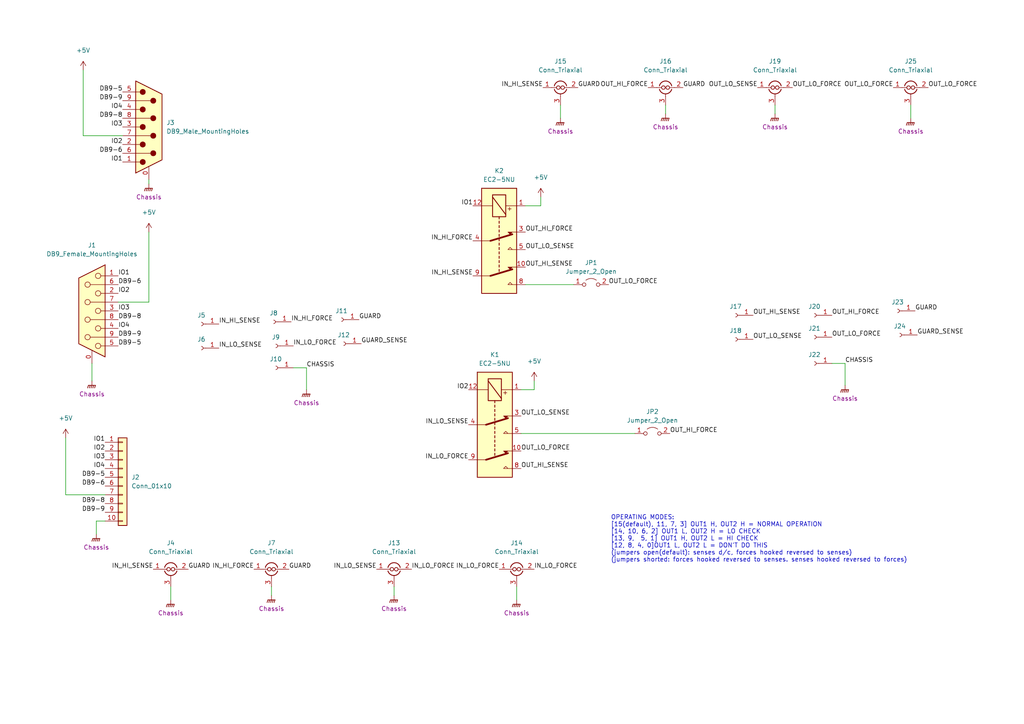
<source format=kicad_sch>
(kicad_sch (version 20211123) (generator eeschema)
  (paper "A4")
  (lib_symbols
    (symbol "Connector:Conn_01x01_Female" (pin_names (offset 1.016) hide)
      (property "Reference" "J" (at 0 2.54 0))
      (property "Value" "Conn_01x01_Female" (at 0 -2.54 0))
      (symbol "Conn_01x01_Female_1_1"
        (polyline (pts (xy -1.27 0) (xy -0.508 0)) (stroke (width 0.1524)))
        (arc (start 0 0.508) (mid -0.508 0) (end 0 -0.508) (stroke (width 0.1524)))
        (pin passive line (at -5.08 0 0) (length 3.81) (name "Pin_1") (number "1"))
      )
    )
    (symbol "Connector:Conn_Triaxial" (pin_names hide)
      (property "Reference" "J" (at 0.254 5.588 0))
      (property "Value" "Conn_Triaxial" (at 0 7.62 0))
      (symbol "Conn_Triaxial_0_1"
        (arc (start -1.778 2.032) (mid -0.0185 0.7153) (end 1.778 2.032) (stroke (width 0.254)))
        (circle (center -0.635 2.54) (radius 0.508) (stroke (width 0.2032)))
        (polyline (pts (xy -2.54 2.54) (xy -1.143 2.54)))
        (polyline (pts (xy 0 0) (xy 0 0.762)))
        (polyline (pts (xy 1.27 2.54) (xy 2.54 2.54)))
        (circle (center 0.635 2.54) (radius 0.508) (stroke (width 0.2032)))
        (arc (start 1.778 3.048) (mid -0.0365 4.438) (end -1.778 3.048) (stroke (width 0.254)))
      )
      (symbol "Conn_Triaxial_1_1"
        (pin passive line (at -5.08 2.54 0) (length 2.54) (name "In1") (number "1"))
        (pin passive line (at 5.08 2.54 180) (length 2.54) (name "In2") (number "2"))
        (pin passive line (at 0 -2.54 90) (length 2.54) (name "Ext") (number "3"))
      )
    )
    (symbol "Connector:DB9_Female_MountingHoles" (pin_names (offset 1.016) hide)
      (property "Reference" "J" (at 0 16.51 0))
      (property "Value" "DB9_Female_MountingHoles" (at 0 14.605 0))
      (symbol "DB9_Female_MountingHoles_0_1"
        (circle (center -1.778 -10.16) (radius 0.762))
        (circle (center -1.778 -5.08) (radius 0.762))
        (circle (center -1.778 0) (radius 0.762))
        (circle (center -1.778 5.08) (radius 0.762))
        (circle (center -1.778 10.16) (radius 0.762))
        (polyline (pts (xy -3.81 -10.16) (xy -2.54 -10.16)))
        (polyline (pts (xy -3.81 -7.62) (xy 0.508 -7.62)))
        (polyline (pts (xy -3.81 -5.08) (xy -2.54 -5.08)))
        (polyline (pts (xy -3.81 -2.54) (xy 0.508 -2.54)))
        (polyline (pts (xy -3.81 0) (xy -2.54 0)))
        (polyline (pts (xy -3.81 2.54) (xy 0.508 2.54)))
        (polyline (pts (xy -3.81 5.08) (xy -2.54 5.08)))
        (polyline (pts (xy -3.81 7.62) (xy 0.508 7.62)))
        (polyline (pts (xy -3.81 10.16) (xy -2.54 10.16)))
        (polyline (pts (xy -3.81 13.335) (xy -3.81 -13.335) (xy 3.81 -9.525) (xy 3.81 9.525) (xy -3.81 13.335)) (stroke (width 0.254)) (fill (type background)))
        (circle (center 1.27 -7.62) (radius 0.762))
        (circle (center 1.27 -2.54) (radius 0.762))
        (circle (center 1.27 2.54) (radius 0.762))
        (circle (center 1.27 7.62) (radius 0.762))
      )
      (symbol "DB9_Female_MountingHoles_1_1"
        (pin passive line (at 0 -15.24 90) (length 3.81) (name "PAD") (number "0"))
        (pin passive line (at -7.62 10.16 0) (length 3.81) (name "1") (number "1"))
        (pin passive line (at -7.62 5.08 0) (length 3.81) (name "2") (number "2"))
        (pin passive line (at -7.62 0 0) (length 3.81) (name "3") (number "3"))
        (pin passive line (at -7.62 -5.08 0) (length 3.81) (name "4") (number "4"))
        (pin passive line (at -7.62 -10.16 0) (length 3.81) (name "5") (number "5"))
        (pin passive line (at -7.62 7.62 0) (length 3.81) (name "6") (number "6"))
        (pin passive line (at -7.62 2.54 0) (length 3.81) (name "7") (number "7"))
        (pin passive line (at -7.62 -2.54 0) (length 3.81) (name "8") (number "8"))
        (pin passive line (at -7.62 -7.62 0) (length 3.81) (name "9") (number "9"))
      )
    )
    (symbol "Connector:DB9_Male_MountingHoles" (pin_names (offset 1.016) hide)
      (property "Reference" "J" (at 0 16.51 0))
      (property "Value" "DB9_Male_MountingHoles" (at 0 14.605 0))
      (symbol "DB9_Male_MountingHoles_0_1"
        (circle (center -1.778 -10.16) (radius 0.762) (fill (type outline)))
        (circle (center -1.778 -5.08) (radius 0.762) (fill (type outline)))
        (circle (center -1.778 0) (radius 0.762) (fill (type outline)))
        (circle (center -1.778 5.08) (radius 0.762) (fill (type outline)))
        (circle (center -1.778 10.16) (radius 0.762) (fill (type outline)))
        (polyline (pts (xy -3.81 -10.16) (xy -2.54 -10.16)))
        (polyline (pts (xy -3.81 -7.62) (xy 0.508 -7.62)))
        (polyline (pts (xy -3.81 -5.08) (xy -2.54 -5.08)))
        (polyline (pts (xy -3.81 -2.54) (xy 0.508 -2.54)))
        (polyline (pts (xy -3.81 0) (xy -2.54 0)))
        (polyline (pts (xy -3.81 2.54) (xy 0.508 2.54)))
        (polyline (pts (xy -3.81 5.08) (xy -2.54 5.08)))
        (polyline (pts (xy -3.81 7.62) (xy 0.508 7.62)))
        (polyline (pts (xy -3.81 10.16) (xy -2.54 10.16)))
        (polyline (pts (xy -3.81 -13.335) (xy -3.81 13.335) (xy 3.81 9.525) (xy 3.81 -9.525) (xy -3.81 -13.335)) (stroke (width 0.254)) (fill (type background)))
        (circle (center 1.27 -7.62) (radius 0.762) (fill (type outline)))
        (circle (center 1.27 -2.54) (radius 0.762) (fill (type outline)))
        (circle (center 1.27 2.54) (radius 0.762) (fill (type outline)))
        (circle (center 1.27 7.62) (radius 0.762) (fill (type outline)))
      )
      (symbol "DB9_Male_MountingHoles_1_1"
        (pin passive line (at 0 -15.24 90) (length 3.81) (name "PAD") (number "0"))
        (pin passive line (at -7.62 -10.16 0) (length 3.81) (name "1") (number "1"))
        (pin passive line (at -7.62 -5.08 0) (length 3.81) (name "2") (number "2"))
        (pin passive line (at -7.62 0 0) (length 3.81) (name "3") (number "3"))
        (pin passive line (at -7.62 5.08 0) (length 3.81) (name "4") (number "4"))
        (pin passive line (at -7.62 10.16 0) (length 3.81) (name "5") (number "5"))
        (pin passive line (at -7.62 -7.62 0) (length 3.81) (name "6") (number "6"))
        (pin passive line (at -7.62 -2.54 0) (length 3.81) (name "7") (number "7"))
        (pin passive line (at -7.62 2.54 0) (length 3.81) (name "8") (number "8"))
        (pin passive line (at -7.62 7.62 0) (length 3.81) (name "9") (number "9"))
      )
    )
    (symbol "Connector_Generic:Conn_01x10" (pin_names (offset 1.016) hide)
      (property "Reference" "J" (at 0 12.7 0))
      (property "Value" "Conn_01x10" (at 0 -15.24 0))
      (symbol "Conn_01x10_1_1"
        (rectangle (start -1.27 -12.573) (end 0 -12.827) (stroke (width 0.1524)))
        (rectangle (start -1.27 -10.033) (end 0 -10.287) (stroke (width 0.1524)))
        (rectangle (start -1.27 -7.493) (end 0 -7.747) (stroke (width 0.1524)))
        (rectangle (start -1.27 -4.953) (end 0 -5.207) (stroke (width 0.1524)))
        (rectangle (start -1.27 -2.413) (end 0 -2.667) (stroke (width 0.1524)))
        (rectangle (start -1.27 0.127) (end 0 -0.127) (stroke (width 0.1524)))
        (rectangle (start -1.27 2.667) (end 0 2.413) (stroke (width 0.1524)))
        (rectangle (start -1.27 5.207) (end 0 4.953) (stroke (width 0.1524)))
        (rectangle (start -1.27 7.747) (end 0 7.493) (stroke (width 0.1524)))
        (rectangle (start -1.27 10.287) (end 0 10.033) (stroke (width 0.1524)))
        (rectangle (start -1.27 11.43) (end 1.27 -13.97) (stroke (width 0.254)) (fill (type background)))
        (pin passive line (at -5.08 10.16 0) (length 3.81) (name "Pin_1") (number "1"))
        (pin passive line (at -5.08 -12.7 0) (length 3.81) (name "Pin_10") (number "10"))
        (pin passive line (at -5.08 7.62 0) (length 3.81) (name "Pin_2") (number "2"))
        (pin passive line (at -5.08 5.08 0) (length 3.81) (name "Pin_3") (number "3"))
        (pin passive line (at -5.08 2.54 0) (length 3.81) (name "Pin_4") (number "4"))
        (pin passive line (at -5.08 0 0) (length 3.81) (name "Pin_5") (number "5"))
        (pin passive line (at -5.08 -2.54 0) (length 3.81) (name "Pin_6") (number "6"))
        (pin passive line (at -5.08 -5.08 0) (length 3.81) (name "Pin_7") (number "7"))
        (pin passive line (at -5.08 -7.62 0) (length 3.81) (name "Pin_8") (number "8"))
        (pin passive line (at -5.08 -10.16 0) (length 3.81) (name "Pin_9") (number "9"))
      )
    )
    (symbol "Jumper:Jumper_2_Open" (pin_names (offset 0) hide)
      (property "Reference" "JP" (at 0 2.794 0))
      (property "Value" "Jumper_2_Open" (at 0 -2.286 0))
      (symbol "Jumper_2_Open_0_0"
        (circle (center -2.032 0) (radius 0.508))
        (circle (center 2.032 0) (radius 0.508))
      )
      (symbol "Jumper_2_Open_0_1"
        (arc (start 1.524 1.27) (mid 0 1.778) (end -1.524 1.27))
      )
      (symbol "Jumper_2_Open_1_1"
        (pin passive line (at -5.08 0 0) (length 2.54) (name "A") (number "1"))
        (pin passive line (at 5.08 0 180) (length 2.54) (name "B") (number "2"))
      )
    )
    (symbol "Relay:EC2-5NU"
      (property "Reference" "K" (at 15.24 8.89 0))
      (property "Value" "EC2-5NU" (at 19.05 6.35 0))
      (symbol "EC2-5NU_1_1"
        (rectangle (start -15.24 5.08) (end 15.24 -5.08) (stroke (width 0.254)) (fill (type background)))
        (rectangle (start -13.335 1.905) (end -6.985 -1.905) (stroke (width 0.254)))
        (polyline (pts (xy -12.7 -1.905) (xy -7.62 1.905)) (stroke (width 0.254)))
        (polyline (pts (xy -10.16 -5.08) (xy -10.16 -1.905)))
        (polyline (pts (xy -10.16 5.08) (xy -10.16 1.905)))
        (polyline (pts (xy -6.985 0) (xy -6.35 0)) (stroke (width 0.254)))
        (polyline (pts (xy -5.715 0) (xy -5.08 0)) (stroke (width 0.254)))
        (polyline (pts (xy -4.445 0) (xy -3.81 0)) (stroke (width 0.254)))
        (polyline (pts (xy -3.175 0) (xy -2.54 0)) (stroke (width 0.254)))
        (polyline (pts (xy -1.905 0) (xy -1.27 0)) (stroke (width 0.254)))
        (polyline (pts (xy -0.635 0) (xy 0 0)) (stroke (width 0.254)))
        (polyline (pts (xy 0 -2.54) (xy -1.905 3.81)) (stroke (width 0.508)))
        (polyline (pts (xy 0 -2.54) (xy 0 -5.08)))
        (polyline (pts (xy 0.635 0) (xy 1.27 0)) (stroke (width 0.254)))
        (polyline (pts (xy 1.905 0) (xy 2.54 0)) (stroke (width 0.254)))
        (polyline (pts (xy 3.175 0) (xy 3.81 0)) (stroke (width 0.254)))
        (polyline (pts (xy 4.445 0) (xy 5.08 0)) (stroke (width 0.254)))
        (polyline (pts (xy 5.715 0) (xy 6.35 0)) (stroke (width 0.254)))
        (polyline (pts (xy 6.985 0) (xy 7.62 0)) (stroke (width 0.254)))
        (polyline (pts (xy 8.255 0) (xy 8.89 0)) (stroke (width 0.254)))
        (polyline (pts (xy 10.16 -2.54) (xy 8.255 3.81)) (stroke (width 0.508)))
        (polyline (pts (xy 10.16 -2.54) (xy 10.16 -5.08)))
        (polyline (pts (xy -2.54 5.08) (xy -2.54 2.54) (xy -1.905 3.175) (xy -2.54 3.81)) (fill (type outline)))
        (polyline (pts (xy 2.54 5.08) (xy 2.54 2.54) (xy 1.905 3.175) (xy 2.54 3.81)))
        (polyline (pts (xy 7.62 5.08) (xy 7.62 2.54) (xy 8.255 3.175) (xy 7.62 3.81)) (fill (type outline)))
        (polyline (pts (xy 12.7 5.08) (xy 12.7 2.54) (xy 12.065 3.175) (xy 12.7 3.81)))
        (text "+" (at -9.271 2.921 0) (effects (font (size 1.27 1.27))))
        (pin passive line (at -10.16 7.62 270) (length 2.54) (name "~") (number "1"))
        (pin passive line (at 7.62 7.62 270) (length 2.54) (name "~") (number "10"))
        (pin passive line (at -10.16 -7.62 90) (length 2.54) (name "~") (number "12"))
        (pin passive line (at -2.54 7.62 270) (length 2.54) (name "~") (number "3"))
        (pin passive line (at 0 -7.62 90) (length 2.54) (name "~") (number "4"))
        (pin passive line (at 2.54 7.62 270) (length 2.54) (name "~") (number "5"))
        (pin passive line (at 12.7 7.62 270) (length 2.54) (name "~") (number "8"))
        (pin passive line (at 10.16 -7.62 90) (length 2.54) (name "~") (number "9"))
      )
    )
    (symbol "power:+5V" (power) (pin_names (offset 0))
      (property "Value" "+5V" (at 0 3.556 0))
      (symbol "+5V_0_1"
        (polyline (pts (xy -0.762 1.27) (xy 0 2.54)))
        (polyline (pts (xy 0 0) (xy 0 2.54)))
        (polyline (pts (xy 0 2.54) (xy 0.762 1.27)))
      )
      (symbol "+5V_1_1"
        (pin power_in line (at 0 0 90) (length 0) hide (name "+5V") (number "1"))
      )
    )
    (symbol "power:GNDPWR" (power) (pin_names (offset 0))
      (property "Value" "GNDPWR" (at 0 -3.302 0))
      (symbol "GNDPWR_0_1"
        (polyline (pts (xy 0 -1.27) (xy 0 0)))
        (polyline (pts (xy -1.016 -1.27) (xy -1.27 -2.032) (xy -1.27 -2.032)) (stroke (width 0.2032)))
        (polyline (pts (xy -0.508 -1.27) (xy -0.762 -2.032) (xy -0.762 -2.032)) (stroke (width 0.2032)))
        (polyline (pts (xy 0 -1.27) (xy -0.254 -2.032) (xy -0.254 -2.032)) (stroke (width 0.2032)))
        (polyline (pts (xy 0.508 -1.27) (xy 0.254 -2.032) (xy 0.254 -2.032)) (stroke (width 0.2032)))
        (polyline (pts (xy 1.016 -1.27) (xy -1.016 -1.27) (xy -1.016 -1.27)) (stroke (width 0.2032)))
        (polyline (pts (xy 1.016 -1.27) (xy 0.762 -2.032) (xy 0.762 -2.032) (xy 0.762 -2.032)) (stroke (width 0.2032)))
      )
      (symbol "GNDPWR_1_1"
        (pin power_in line (at 0 0 270) (length 0) hide (name "GNDPWR") (number "1"))
      )
    )
  )
  (wire (pts (xy 156.845 57.15) (xy 156.845 59.69)))
  (wire (pts (xy 19.05 127) (xy 19.05 143.51)))
  (wire (pts (xy 27.94 154.94) (xy 27.94 151.13)))
  (wire (pts (xy 264.16 30.48) (xy 264.16 34.29)))
  (wire (pts (xy 152.4 59.69) (xy 156.845 59.69)))
  (wire (pts (xy 154.94 110.49) (xy 154.94 113.03)))
  (wire (pts (xy 43.18 67.31) (xy 43.18 87.63)))
  (wire (pts (xy 85.09 106.68) (xy 88.9 106.68)))
  (wire (pts (xy 114.3 170.18) (xy 114.3 172.72)))
  (wire (pts (xy 88.9 106.68) (xy 88.9 113.03)))
  (wire (pts (xy 27.94 151.13) (xy 30.48 151.13)))
  (wire (pts (xy 149.86 170.18) (xy 149.86 173.99)))
  (wire (pts (xy 24.13 39.37) (xy 24.13 20.32)))
  (wire (pts (xy 78.74 170.18) (xy 78.74 172.72)))
  (wire (pts (xy 152.4 82.55) (xy 166.37 82.55)))
  (wire (pts (xy 19.05 143.51) (xy 30.48 143.51)))
  (wire (pts (xy 154.94 113.03) (xy 151.13 113.03)))
  (wire (pts (xy 224.79 30.48) (xy 224.79 33.02)))
  (wire (pts (xy 193.04 30.48) (xy 193.04 33.02)))
  (wire (pts (xy 26.67 105.41) (xy 26.67 110.49)))
  (wire (pts (xy 49.53 170.18) (xy 49.53 173.99)))
  (wire (pts (xy 184.15 125.73) (xy 151.13 125.73)))
  (wire (pts (xy 43.18 52.07) (xy 43.18 53.34)))
  (wire (pts (xy 34.29 87.63) (xy 43.18 87.63)))
  (wire (pts (xy 245.11 105.41) (xy 245.11 111.76)))
  (wire (pts (xy 241.3 105.41) (xy 245.11 105.41)))
  (wire (pts (xy 35.56 39.37) (xy 24.13 39.37)))
  (wire (pts (xy 162.56 30.48) (xy 162.56 34.29)))
  (text "OPERATING MODES:\n[15(default), 11, 7, 3] OUT1 H, OUT2 H = NORMAL OPERATION\n[14, 10, 6, 2] OUT1 L, OUT2 H = LO CHECK\n[13, 9,  5, 1] OUT1 H, OUT2 L = HI CHECK\n[12, 8, 4, 0]OUT1 L, OUT2 L = DON'T DO THIS\n(jumpers open(default): senses d/c, forces hooked reversed to senses)\n(jumpers shorted: forces hooked reversed to senses. senses hooked reversed to forces)" (at 177.165 163.195 0) (effects (font (size 1.27 1.27)) (justify left bottom)))
  (label "OUT_LO_FORCE" (at 176.53 82.55 0))
  (label "OUT_LO_FORCE" (at 241.3 97.79 0))
  (label "GUARD" (at 104.14 92.71 0))
  (label "DB9-8" (at 34.29 92.71 0))
  (label "IO4" (at 35.56 31.75 180))
  (label "IN_HI_SENSE" (at 44.45 165.1 180))
  (label "OUT_HI_FORCE" (at 194.31 125.73 0))
  (label "IN_LO_SENSE" (at 135.89 123.19 180))
  (label "IO3" (at 30.48 133.35 180))
  (label "GUARD" (at 83.82 165.1 0))
  (label "IO1" (at 30.48 128.27 180))
  (label "OUT_HI_FORCE" (at 152.4 67.31 0))
  (label "OUT_HI_SENSE" (at 151.13 135.89 0))
  (label "IN_LO_FORCE" (at 85.09 100.33 0))
  (label "IO3" (at 34.29 90.17 0))
  (label "IO1" (at 34.29 80.01 0))
  (label "DB9-9" (at 34.29 97.79 0))
  (label "IN_LO_SENSE" (at 63.5 100.965 0))
  (label "IO1" (at 35.56 46.99 180))
  (label "CHASSIS" (at 88.9 106.68 0))
  (label "DB9-8" (at 30.48 146.05 180))
  (label "IO4" (at 34.29 95.25 0))
  (label "IO1" (at 137.16 59.69 180))
  (label "GUARD" (at 265.43 90.17 0))
  (label "IN_HI_FORCE" (at 137.16 69.85 180))
  (label "IO4" (at 30.48 135.89 180))
  (label "DB9-5" (at 30.48 138.43 180))
  (label "IN_HI_FORCE" (at 73.66 165.1 180))
  (label "DB9-6" (at 30.48 140.97 180))
  (label "OUT_LO_SENSE" (at 219.71 25.4 180))
  (label "IN_HI_SENSE" (at 157.48 25.4 180))
  (label "DB9-5" (at 34.29 100.33 0))
  (label "OUT_LO_FORCE" (at 259.08 25.4 180))
  (label "OUT_LO_SENSE" (at 152.4 72.39 0))
  (label "IO2" (at 35.56 41.91 180))
  (label "GUARD_SENSE" (at 266.065 97.155 0))
  (label "OUT_LO_SENSE" (at 218.44 98.425 0))
  (label "IN_HI_SENSE" (at 63.5 93.98 0))
  (label "IN_LO_FORCE" (at 135.89 133.35 180))
  (label "IN_HI_SENSE" (at 137.16 80.01 180))
  (label "IN_LO_FORCE" (at 119.38 165.1 0))
  (label "IN_HI_FORCE" (at 84.455 93.345 0))
  (label "IO2" (at 34.29 85.09 0))
  (label "OUT_LO_FORCE" (at 229.87 25.4 0))
  (label "GUARD_SENSE" (at 104.775 99.695 0))
  (label "OUT_HI_SENSE" (at 152.4 77.47 0))
  (label "DB9-8" (at 35.56 34.29 180))
  (label "IN_LO_SENSE" (at 109.22 165.1 180))
  (label "OUT_LO_FORCE" (at 151.13 130.81 0))
  (label "DB9-6" (at 34.29 82.55 0))
  (label "OUT_HI_FORCE" (at 187.96 25.4 180))
  (label "GUARD" (at 167.64 25.4 0))
  (label "GUARD" (at 54.61 165.1 0))
  (label "DB9-6" (at 35.56 44.45 180))
  (label "OUT_HI_SENSE" (at 218.44 91.44 0))
  (label "CHASSIS" (at 245.11 105.41 0))
  (label "IO2" (at 30.48 130.81 180))
  (label "IN_LO_FORCE" (at 144.78 165.1 180))
  (label "OUT_LO_SENSE" (at 151.13 120.65 0))
  (label "OUT_LO_FORCE" (at 269.24 25.4 0))
  (label "DB9-9" (at 35.56 29.21 180))
  (label "DB9-9" (at 30.48 148.59 180))
  (label "IO3" (at 35.56 36.83 180))
  (label "IO2" (at 135.89 113.03 180))
  (label "OUT_HI_FORCE" (at 241.3 91.44 0))
  (label "IN_LO_FORCE" (at 154.94 165.1 0))
  (label "GUARD" (at 198.12 25.4 0))
  (label "DB9-5" (at 35.56 26.67 180))
  (symbol (lib_id "Connector:Conn_Triaxial") (at 193.04 27.94 0) (unit 1)
    (property "Reference" "J16" (at 193.04 17.78 0))
    (property "Value" "Conn_Triaxial" (at 193.04 20.32 0))
    (property "Footprint" "Connector_PinHeader_2.54mm:PinHeader_1x03_P2.54mm_Vertical" (effects hide))
    (property "Datasheet" " ~" (effects hide))
  )
  (symbol (lib_id "power:GNDPWR") (at 43.18 53.34 0) (unit 1)
    (property "Reference" "#PWR05" (effects hide))
    (property "Value" "GNDPWR" (effects hide))
    (property "label" "Chassis" (at 43.18 57.15 0))
  )
  (symbol (lib_id "Connector:Conn_Triaxial") (at 114.3 167.64 0) (unit 1)
    (property "Reference" "J13" (at 114.3 157.48 0))
    (property "Value" "Conn_Triaxial" (at 114.3 160.02 0))
    (property "Footprint" "Connector_PinHeader_2.54mm:PinHeader_1x03_P2.54mm_Vertical" (effects hide))
    (property "Datasheet" " ~" (effects hide))
  )
  (symbol (lib_id "power:+5V") (at 43.18 67.31 0) (unit 1)
    (property "Reference" "#PWR06" (effects hide))
    (property "Value" "+5V" (at 43.18 61.595 0))
  )
  (symbol (lib_id "Connector:Conn_01x01_Female") (at 236.22 105.41 0) (mirror y) (unit 1)
    (property "Reference" "J22" (at 236.22 102.87 0))
    (property "Value" "Conn_01x01_Female" (effects hide))
    (property "Footprint" "Connector:Banana_Jack_1Pin" (effects hide))
  )
  (symbol (lib_id "Connector:Conn_01x01_Female") (at 260.985 97.155 0) (mirror y) (unit 1)
    (property "Reference" "J24" (at 260.985 94.615 0))
    (property "Value" "Conn_01x01_Female" (effects hide))
    (property "Footprint" "Connector:Banana_Jack_1Pin" (effects hide))
  )
  (symbol (lib_id "power:GNDPWR") (at 27.94 154.94 0) (unit 1)
    (property "Reference" "#PWR04" (effects hide))
    (property "Value" "GNDPWR" (effects hide))
    (property "label" "Chassis" (at 27.94 158.75 0))
  )
  (symbol (lib_id "Connector:Conn_01x01_Female") (at 58.42 93.98 0) (mirror y) (unit 1)
    (property "Reference" "J5" (at 58.42 91.44 0))
    (property "Value" "Conn_01x01_Female" (effects hide))
    (property "Footprint" "Connector:Banana_Jack_1Pin" (effects hide))
  )
  (symbol (lib_id "Connector:Conn_01x01_Female") (at 99.695 99.695 0) (mirror y) (unit 1)
    (property "Reference" "J12" (at 99.695 97.155 0))
    (property "Value" "Conn_01x01_Female" (effects hide))
    (property "Footprint" "Connector:Banana_Jack_1Pin" (effects hide))
  )
  (symbol (lib_id "power:+5V") (at 156.845 57.15 0) (unit 1)
    (property "Reference" "#PWR013" (effects hide))
    (property "Value" "+5V" (at 156.845 51.435 0))
  )
  (symbol (lib_id "Connector:Conn_01x01_Female") (at 236.22 97.79 0) (mirror y) (unit 1)
    (property "Reference" "J21" (at 236.22 95.25 0))
    (property "Value" "Conn_01x01_Female" (effects hide))
    (property "Footprint" "Connector:Banana_Jack_1Pin" (effects hide))
  )
  (symbol (lib_id "Connector:Conn_01x01_Female") (at 80.01 106.68 0) (mirror y) (unit 1)
    (property "Reference" "J10" (at 80.01 104.14 0))
    (property "Value" "Conn_01x01_Female" (effects hide))
    (property "Footprint" "Connector:Banana_Jack_1Pin" (effects hide))
  )
  (symbol (lib_id "power:+5V") (at 19.05 127 0) (unit 1)
    (property "Reference" "#PWR01" (effects hide))
    (property "Value" "+5V" (at 19.05 121.285 0))
  )
  (symbol (lib_id "Connector:Conn_Triaxial") (at 78.74 167.64 0) (unit 1)
    (property "Reference" "J7" (at 78.74 157.48 0))
    (property "Value" "Conn_Triaxial" (at 78.74 160.02 0))
    (property "Footprint" "Connector_PinHeader_2.54mm:PinHeader_1x03_P2.54mm_Vertical" (effects hide))
    (property "Datasheet" " ~" (effects hide))
  )
  (symbol (lib_id "power:+5V") (at 24.13 20.32 0) (unit 1)
    (property "Reference" "#PWR02" (effects hide))
    (property "Value" "+5V" (at 24.13 14.605 0))
  )
  (symbol (lib_id "Connector:Conn_Triaxial") (at 264.16 27.94 0) (unit 1)
    (property "Reference" "J25" (at 264.16 17.78 0))
    (property "Value" "Conn_Triaxial" (at 264.16 20.32 0))
    (property "Footprint" "Connector_PinHeader_2.54mm:PinHeader_1x03_P2.54mm_Vertical" (effects hide))
    (property "Datasheet" " ~" (effects hide))
  )
  (symbol (lib_id "Connector_Generic:Conn_01x10") (at 35.56 138.43 0) (unit 1)
    (property "Reference" "J2" (at 38.1 138.4299 0) (effects (justify left)))
    (property "Value" "Conn_01x10" (at 38.1 140.9699 0) (effects (justify left)))
    (property "Footprint" "Connector_PinHeader_2.54mm:PinHeader_1x10_P2.54mm_Vertical_SMD_Pin1Right" (effects hide))
  )
  (symbol (lib_id "power:GNDPWR") (at 26.67 110.49 0) (unit 1)
    (property "Reference" "#PWR03" (effects hide))
    (property "Value" "GNDPWR" (effects hide))
    (property "label" "Chassis" (at 26.67 114.3 0))
  )
  (symbol (lib_id "power:GNDPWR") (at 149.86 173.99 0) (unit 1)
    (property "Reference" "#PWR011" (effects hide))
    (property "Value" "GNDPWR" (effects hide))
    (property "label" "Chassis" (at 149.86 177.8 0))
  )
  (symbol (lib_id "power:GNDPWR") (at 193.04 33.02 0) (unit 1)
    (property "Reference" "#PWR015" (effects hide))
    (property "Value" "GNDPWR" (effects hide))
    (property "label" "Chassis" (at 193.04 36.83 0))
  )
  (symbol (lib_id "power:GNDPWR") (at 88.9 113.03 0) (unit 1)
    (property "Reference" "#PWR09" (effects hide))
    (property "Value" "GNDPWR" (effects hide))
    (property "label" "Chassis" (at 88.9 116.84 0))
  )
  (symbol (lib_id "Connector:Conn_01x01_Female") (at 236.22 91.44 0) (mirror y) (unit 1)
    (property "Reference" "J20" (at 236.22 88.9 0))
    (property "Value" "Conn_01x01_Female" (effects hide))
    (property "Footprint" "Connector:Banana_Jack_1Pin" (effects hide))
  )
  (symbol (lib_id "Connector:Conn_Triaxial") (at 49.53 167.64 0) (unit 1)
    (property "Reference" "J4" (at 49.53 157.48 0))
    (property "Value" "Conn_Triaxial" (at 49.53 160.02 0))
    (property "Footprint" "Connector_PinHeader_2.54mm:PinHeader_1x03_P2.54mm_Vertical" (effects hide))
    (property "Datasheet" " ~" (effects hide))
  )
  (symbol (lib_id "Connector:DB9_Female_MountingHoles") (at 26.67 90.17 0) (mirror y) (unit 1)
    (property "Reference" "J1" (at 26.67 71.12 0))
    (property "Value" "DB9_Female_MountingHoles" (at 26.67 73.66 0))
    (property "Footprint" "Connector_Dsub:DSUB-9_Female_Horizontal_P2.77x2.84mm_EdgePinOffset14.56mm_Housed_MountingHolesOffset15.98mm" (effects hide))
    (property "Datasheet" " ~" (effects hide))
  )
  (symbol (lib_id "Connector:Conn_Triaxial") (at 224.79 27.94 0) (unit 1)
    (property "Reference" "J19" (at 224.79 17.78 0))
    (property "Value" "Conn_Triaxial" (at 224.79 20.32 0))
    (property "Footprint" "Connector_PinHeader_2.54mm:PinHeader_1x03_P2.54mm_Vertical" (effects hide))
    (property "Datasheet" " ~" (effects hide))
  )
  (symbol (lib_id "power:GNDPWR") (at 114.3 172.72 0) (unit 1)
    (property "Reference" "#PWR010" (effects hide))
    (property "Value" "GNDPWR" (effects hide))
    (property "label" "Chassis" (at 114.3 176.53 0))
  )
  (symbol (lib_id "Connector:Conn_01x01_Female") (at 79.375 93.345 0) (mirror y) (unit 1)
    (property "Reference" "J8" (at 79.375 90.805 0))
    (property "Value" "Conn_01x01_Female" (effects hide))
    (property "Footprint" "Connector:Banana_Jack_1Pin" (effects hide))
  )
  (symbol (lib_id "power:GNDPWR") (at 162.56 34.29 0) (unit 1)
    (property "Reference" "#PWR014" (effects hide))
    (property "Value" "GNDPWR" (effects hide))
    (property "label" "Chassis" (at 162.56 38.1 0))
  )
  (symbol (lib_id "Connector:Conn_01x01_Female") (at 80.01 100.33 0) (mirror y) (unit 1)
    (property "Reference" "J9" (at 80.01 97.79 0))
    (property "Value" "Conn_01x01_Female" (effects hide))
    (property "Footprint" "Connector:Banana_Jack_1Pin" (effects hide))
  )
  (symbol (lib_id "Connector:Conn_Triaxial") (at 149.86 167.64 0) (unit 1)
    (property "Reference" "J14" (at 149.86 157.48 0))
    (property "Value" "Conn_Triaxial" (at 149.86 160.02 0))
    (property "Footprint" "Connector_PinHeader_2.54mm:PinHeader_1x03_P2.54mm_Vertical" (effects hide))
    (property "Datasheet" " ~" (effects hide))
  )
  (symbol (lib_id "power:GNDPWR") (at 49.53 173.99 0) (unit 1)
    (property "Reference" "#PWR07" (effects hide))
    (property "Value" "GNDPWR" (effects hide))
    (property "label" "Chassis" (at 49.53 177.8 0))
  )
  (symbol (lib_id "power:+5V") (at 154.94 110.49 0) (unit 1)
    (property "Reference" "#PWR012" (effects hide))
    (property "Value" "+5V" (at 154.94 104.775 0))
  )
  (symbol (lib_id "Jumper:Jumper_2_Open") (at 189.23 125.73 0) (unit 1)
    (property "Reference" "JP2" (at 189.23 119.38 0))
    (property "Value" "Jumper_2_Open" (at 189.23 121.92 0))
    (property "Footprint" "Jumper:SolderJumper-2_P1.3mm_Open_TrianglePad1.0x1.5mm" (effects hide))
  )
  (symbol (lib_id "Relay:EC2-5NU") (at 143.51 123.19 270) (unit 1)
    (property "Reference" "K1" (at 143.51 102.87 90))
    (property "Value" "EC2-5NU" (at 143.51 105.41 90))
    (property "Footprint" "Relay_THT:Relay_DPDT_Kemet_EC2" (effects hide))
    (property "Datasheet" "https://content.kemet.com/datasheets/KEM_R7002_EC2_EE2.pdf" (effects hide))
  )
  (symbol (lib_id "Connector:DB9_Male_MountingHoles") (at 43.18 36.83 0) (unit 1)
    (property "Reference" "J3" (at 48.26 35.5599 0) (effects (justify left)))
    (property "Value" "DB9_Male_MountingHoles" (at 48.26 38.0999 0) (effects (justify left)))
    (property "Footprint" "Connector_Dsub:DSUB-9_Male_Horizontal_P2.77x2.84mm_EdgePinOffset14.56mm_Housed_MountingHolesOffset15.98mm" (effects hide))
    (property "Datasheet" " ~" (effects hide))
  )
  (symbol (lib_id "Connector:Conn_01x01_Female") (at 58.42 100.965 0) (mirror y) (unit 1)
    (property "Reference" "J6" (at 58.42 98.425 0))
    (property "Value" "Conn_01x01_Female" (effects hide))
    (property "Footprint" "Connector:Banana_Jack_1Pin" (effects hide))
  )
  (symbol (lib_id "Jumper:Jumper_2_Open") (at 171.45 82.55 0) (unit 1)
    (property "Reference" "JP1" (at 171.45 76.2 0))
    (property "Value" "Jumper_2_Open" (at 171.45 78.74 0))
    (property "Footprint" "Jumper:SolderJumper-2_P1.3mm_Open_TrianglePad1.0x1.5mm" (effects hide))
  )
  (symbol (lib_id "Relay:EC2-5NU") (at 144.78 69.85 270) (unit 1)
    (property "Reference" "K2" (at 144.78 49.53 90))
    (property "Value" "EC2-5NU" (at 144.78 52.07 90))
    (property "Footprint" "Relay_THT:Relay_DPDT_Kemet_EC2" (effects hide))
    (property "Datasheet" "https://content.kemet.com/datasheets/KEM_R7002_EC2_EE2.pdf" (effects hide))
  )
  (symbol (lib_id "Connector:Conn_01x01_Female") (at 260.35 90.17 0) (mirror y) (unit 1)
    (property "Reference" "J23" (at 260.35 87.63 0))
    (property "Value" "Conn_01x01_Female" (effects hide))
    (property "Footprint" "Connector:Banana_Jack_1Pin" (effects hide))
  )
  (symbol (lib_id "power:GNDPWR") (at 224.79 33.02 0) (unit 1)
    (property "Reference" "#PWR016" (effects hide))
    (property "Value" "GNDPWR" (effects hide))
    (property "label" "Chassis" (at 224.79 36.83 0))
  )
  (symbol (lib_id "power:GNDPWR") (at 264.16 34.29 0) (unit 1)
    (property "Reference" "#PWR018" (effects hide))
    (property "Value" "GNDPWR" (effects hide))
    (property "label" "Chassis" (at 264.16 38.1 0))
  )
  (symbol (lib_id "power:GNDPWR") (at 78.74 172.72 0) (unit 1)
    (property "Reference" "#PWR08" (effects hide))
    (property "Value" "GNDPWR" (effects hide))
    (property "label" "Chassis" (at 78.74 176.53 0))
  )
  (symbol (lib_id "Connector:Conn_Triaxial") (at 162.56 27.94 0) (unit 1)
    (property "Reference" "J15" (at 162.56 17.78 0))
    (property "Value" "Conn_Triaxial" (at 162.56 20.32 0))
    (property "Footprint" "Connector_PinHeader_2.54mm:PinHeader_1x03_P2.54mm_Vertical" (effects hide))
    (property "Datasheet" " ~" (effects hide))
  )
  (symbol (lib_id "Connector:Conn_01x01_Female") (at 213.36 91.44 0) (mirror y) (unit 1)
    (property "Reference" "J17" (at 213.36 88.9 0))
    (property "Value" "Conn_01x01_Female" (effects hide))
    (property "Footprint" "Connector:Banana_Jack_1Pin" (effects hide))
  )
  (symbol (lib_id "power:GNDPWR") (at 245.11 111.76 0) (unit 1)
    (property "Reference" "#PWR017" (effects hide))
    (property "Value" "GNDPWR" (effects hide))
    (property "label" "Chassis" (at 245.11 115.57 0))
  )
  (symbol (lib_id "Connector:Conn_01x01_Female") (at 213.36 98.425 0) (mirror y) (unit 1)
    (property "Reference" "J18" (at 213.36 95.885 0))
    (property "Value" "Conn_01x01_Female" (effects hide))
    (property "Footprint" "Connector:Banana_Jack_1Pin" (effects hide))
  )
  (symbol (lib_id "Connector:Conn_01x01_Female") (at 99.06 92.71 0) (mirror y) (unit 1)
    (property "Reference" "J11" (at 99.06 90.17 0))
    (property "Value" "Conn_01x01_Female" (effects hide))
    (property "Footprint" "Connector:Banana_Jack_1Pin" (effects hide))
  )
)
</source>
